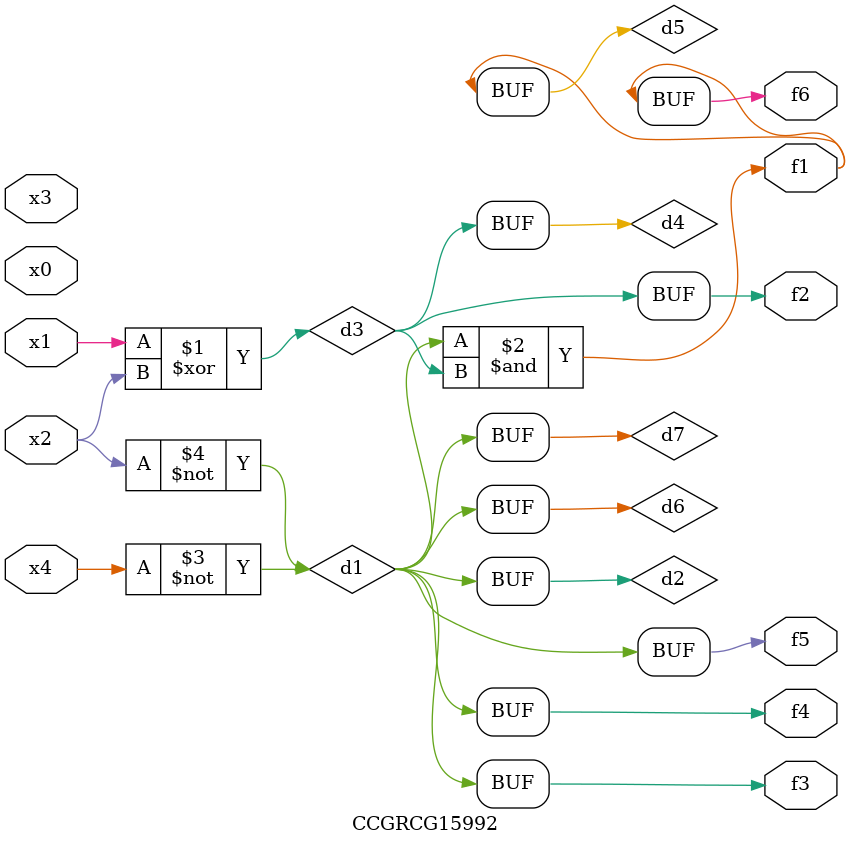
<source format=v>
module CCGRCG15992(
	input x0, x1, x2, x3, x4,
	output f1, f2, f3, f4, f5, f6
);

	wire d1, d2, d3, d4, d5, d6, d7;

	not (d1, x4);
	not (d2, x2);
	xor (d3, x1, x2);
	buf (d4, d3);
	and (d5, d1, d3);
	buf (d6, d1, d2);
	buf (d7, d2);
	assign f1 = d5;
	assign f2 = d4;
	assign f3 = d7;
	assign f4 = d7;
	assign f5 = d7;
	assign f6 = d5;
endmodule

</source>
